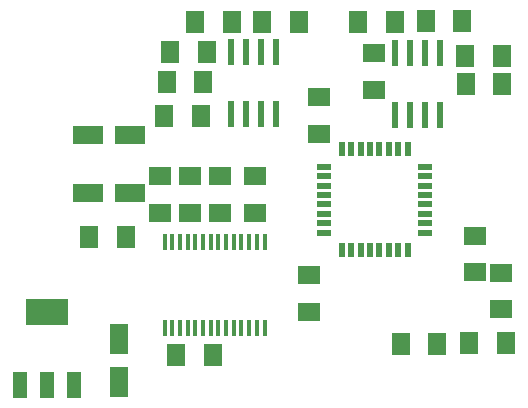
<source format=gtp>
G04 MADE WITH FRITZING*
G04 WWW.FRITZING.ORG*
G04 DOUBLE SIDED*
G04 HOLES PLATED*
G04 CONTOUR ON CENTER OF CONTOUR VECTOR*
%ASAXBY*%
%FSLAX23Y23*%
%MOIN*%
%OFA0B0*%
%SFA1.0B1.0*%
%ADD10R,0.074803X0.062992*%
%ADD11R,0.062992X0.074803*%
%ADD12R,0.022000X0.050000*%
%ADD13R,0.050000X0.022000*%
%ADD14R,0.024000X0.087000*%
%ADD15R,0.013701X0.055000*%
%ADD16R,0.102362X0.062992*%
%ADD17R,0.062992X0.102362*%
%ADD18R,0.048000X0.088000*%
%ADD19R,0.141732X0.086614*%
%ADD20R,0.001000X0.001000*%
%LNPASTEMASK1*%
G90*
G70*
G54D10*
X657Y667D03*
X657Y790D03*
X857Y668D03*
X857Y790D03*
X755Y791D03*
X755Y669D03*
G54D11*
X542Y587D03*
X420Y587D03*
G54D12*
X1261Y543D03*
X1293Y543D03*
X1324Y543D03*
X1356Y543D03*
X1387Y543D03*
X1419Y543D03*
X1450Y543D03*
X1482Y543D03*
G54D13*
X1540Y601D03*
X1540Y633D03*
X1540Y664D03*
X1540Y696D03*
X1540Y727D03*
X1540Y759D03*
X1540Y790D03*
X1540Y822D03*
G54D12*
X1482Y881D03*
X1450Y881D03*
X1419Y881D03*
X1387Y881D03*
X1356Y881D03*
X1324Y881D03*
X1293Y881D03*
X1261Y881D03*
G54D13*
X1202Y822D03*
X1202Y790D03*
X1202Y759D03*
X1202Y727D03*
X1202Y696D03*
X1202Y664D03*
X1202Y633D03*
X1202Y601D03*
G54D14*
X893Y999D03*
X943Y999D03*
X993Y999D03*
X1043Y999D03*
X1043Y1205D03*
X993Y1205D03*
X943Y1205D03*
X893Y1205D03*
X1439Y995D03*
X1489Y995D03*
X1539Y995D03*
X1589Y995D03*
X1589Y1201D03*
X1539Y1201D03*
X1489Y1201D03*
X1439Y1201D03*
G54D15*
X1004Y283D03*
X978Y283D03*
X953Y283D03*
X927Y283D03*
X901Y283D03*
X876Y283D03*
X850Y283D03*
X799Y283D03*
X825Y283D03*
X773Y283D03*
X748Y283D03*
X722Y283D03*
X697Y283D03*
X671Y283D03*
X1004Y571D03*
X978Y571D03*
X953Y571D03*
X927Y571D03*
X901Y571D03*
X876Y571D03*
X850Y571D03*
X825Y571D03*
X799Y571D03*
X773Y571D03*
X748Y571D03*
X722Y571D03*
X697Y571D03*
X671Y571D03*
G54D10*
X1792Y347D03*
X1792Y469D03*
G54D11*
X1663Y1308D03*
X1541Y1308D03*
X1317Y1305D03*
X1440Y1305D03*
G54D10*
X1187Y1053D03*
X1187Y931D03*
G54D11*
X1674Y1096D03*
X1796Y1096D03*
X1672Y1191D03*
X1794Y1191D03*
X670Y990D03*
X792Y990D03*
X1118Y1304D03*
X996Y1304D03*
X772Y1303D03*
X894Y1303D03*
G54D10*
X1368Y1201D03*
X1368Y1079D03*
G54D11*
X811Y1204D03*
X689Y1204D03*
G54D16*
X415Y734D03*
X557Y734D03*
G54D17*
X519Y105D03*
X519Y247D03*
G54D10*
X1705Y592D03*
X1705Y470D03*
G54D16*
X416Y926D03*
X557Y926D03*
G54D11*
X800Y1103D03*
X678Y1103D03*
X831Y193D03*
X709Y193D03*
G54D18*
X188Y94D03*
X279Y94D03*
X370Y94D03*
G54D19*
X279Y338D03*
G54D10*
X1153Y339D03*
X1153Y461D03*
G54D11*
X1580Y231D03*
X1458Y231D03*
X1810Y234D03*
X1687Y234D03*
G54D10*
X971Y791D03*
X971Y669D03*
G54D20*
D02*
G04 End of PasteMask1*
M02*
</source>
